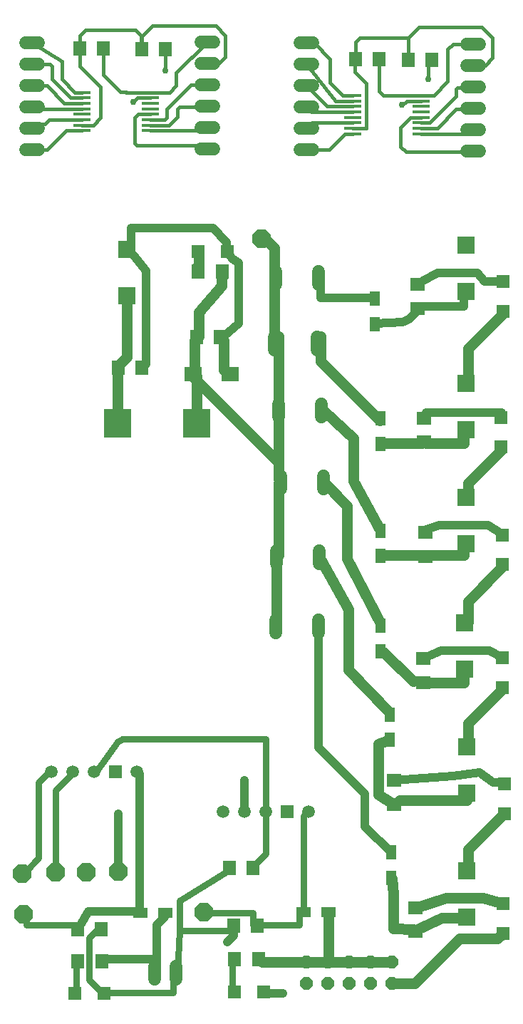
<source format=gtl>
G75*
%MOIN*%
%OFA0B0*%
%FSLAX25Y25*%
%IPPOS*%
%LPD*%
%AMOC8*
5,1,8,0,0,1.08239X$1,22.5*
%
%ADD10R,0.08268X0.08268*%
%ADD11R,0.08200X0.07000*%
%ADD12R,0.06299X0.07087*%
%ADD13R,0.05906X0.05906*%
%ADD14R,0.06299X0.07098*%
%ADD15OC8,0.08500*%
%ADD16R,0.07098X0.06299*%
%ADD17C,0.06000*%
%ADD18OC8,0.06000*%
%ADD19R,0.12795X0.13504*%
%ADD20R,0.07874X0.01811*%
%ADD21C,0.05937*%
%ADD22R,0.05937X0.05937*%
%ADD23R,0.04724X0.07087*%
%ADD24R,0.07087X0.04724*%
%ADD25C,0.04000*%
%ADD26C,0.03150*%
%ADD27C,0.05000*%
%ADD28C,0.02978*%
%ADD29C,0.01600*%
%ADD30C,0.00600*%
D10*
X0065000Y0338310D03*
X0065000Y0359964D03*
X0223500Y0361964D03*
X0223500Y0340310D03*
X0223500Y0297464D03*
X0223500Y0275810D03*
X0223500Y0243964D03*
X0223500Y0222310D03*
X0223000Y0185464D03*
X0223000Y0163810D03*
X0224000Y0127464D03*
X0224000Y0105810D03*
X0224000Y0069464D03*
X0224000Y0047810D03*
D11*
X0113100Y0301637D03*
X0095900Y0301637D03*
D12*
X0097488Y0319137D03*
X0108512Y0319137D03*
X0072012Y0304637D03*
X0060988Y0304637D03*
X0071988Y0453637D03*
X0083012Y0453637D03*
X0054012Y0454137D03*
X0042988Y0454137D03*
X0171988Y0449137D03*
X0183012Y0449137D03*
X0196488Y0448637D03*
X0207512Y0448637D03*
X0124012Y0070637D03*
X0112988Y0070637D03*
X0114988Y0043637D03*
X0126012Y0043637D03*
X0053012Y0042137D03*
X0041988Y0042137D03*
D13*
X0040610Y0012137D03*
X0054390Y0012137D03*
X0115110Y0012637D03*
X0128890Y0012637D03*
X0241000Y0040247D03*
X0241000Y0054027D03*
X0241500Y0096247D03*
X0241500Y0110027D03*
X0240500Y0155247D03*
X0240500Y0169027D03*
X0240500Y0212747D03*
X0240500Y0226527D03*
X0240000Y0267747D03*
X0240000Y0281527D03*
X0241000Y0331247D03*
X0241000Y0345027D03*
X0111890Y0359137D03*
X0098110Y0359137D03*
D14*
X0098402Y0349637D03*
X0109598Y0349637D03*
X0115402Y0028137D03*
X0126598Y0028137D03*
X0053098Y0027137D03*
X0041902Y0027137D03*
D15*
X0046000Y0068637D03*
X0031500Y0068637D03*
X0016000Y0068137D03*
X0016500Y0049137D03*
X0061000Y0069137D03*
X0101000Y0050137D03*
X0128000Y0365137D03*
D16*
X0201000Y0343735D03*
X0201000Y0332539D03*
X0204000Y0281235D03*
X0204000Y0270039D03*
X0204500Y0227735D03*
X0204500Y0216539D03*
X0203500Y0168735D03*
X0203500Y0157539D03*
X0190000Y0111735D03*
X0190000Y0100539D03*
X0200000Y0052235D03*
X0200000Y0041039D03*
D17*
X0154500Y0180637D02*
X0154500Y0186637D01*
X0155000Y0213137D02*
X0155000Y0219137D01*
X0157000Y0248137D02*
X0157000Y0254137D01*
X0156000Y0281637D02*
X0156000Y0287637D01*
X0154000Y0313137D02*
X0154000Y0319137D01*
X0154500Y0343637D02*
X0154500Y0349637D01*
X0134500Y0349637D02*
X0134500Y0343637D01*
X0134000Y0319137D02*
X0134000Y0313137D01*
X0136000Y0287637D02*
X0136000Y0281637D01*
X0137000Y0254137D02*
X0137000Y0248137D01*
X0135000Y0219137D02*
X0135000Y0213137D01*
X0134500Y0186637D02*
X0134500Y0180637D01*
X0088000Y0024637D02*
X0088000Y0018637D01*
X0078000Y0018637D02*
X0078000Y0024637D01*
X0099500Y0407137D02*
X0105500Y0407137D01*
X0105500Y0417137D02*
X0099500Y0417137D01*
X0099500Y0427137D02*
X0105500Y0427137D01*
X0105500Y0437137D02*
X0099500Y0437137D01*
X0099500Y0447137D02*
X0105500Y0447137D01*
X0105500Y0457137D02*
X0099500Y0457137D01*
X0146000Y0456637D02*
X0152000Y0456637D01*
X0152000Y0446637D02*
X0146000Y0446637D01*
X0146000Y0436637D02*
X0152000Y0436637D01*
X0152000Y0426637D02*
X0146000Y0426637D01*
X0146000Y0416637D02*
X0152000Y0416637D01*
X0152000Y0406637D02*
X0146000Y0406637D01*
X0224000Y0406137D02*
X0230000Y0406137D01*
X0230000Y0416137D02*
X0224000Y0416137D01*
X0224000Y0426137D02*
X0230000Y0426137D01*
X0230000Y0436137D02*
X0224000Y0436137D01*
X0224000Y0446137D02*
X0230000Y0446137D01*
X0230000Y0456137D02*
X0224000Y0456137D01*
X0023500Y0456637D02*
X0017500Y0456637D01*
X0017500Y0446637D02*
X0023500Y0446637D01*
X0023500Y0436637D02*
X0017500Y0436637D01*
X0017500Y0426637D02*
X0023500Y0426637D01*
X0023500Y0416637D02*
X0017500Y0416637D01*
X0017500Y0406637D02*
X0023500Y0406637D01*
D18*
X0149000Y0026637D03*
X0149000Y0016637D03*
X0159000Y0016637D03*
X0159000Y0026637D03*
X0169000Y0026637D03*
X0169000Y0016637D03*
X0179000Y0016637D03*
X0179000Y0026637D03*
X0189000Y0026637D03*
X0189000Y0016637D03*
D19*
X0097406Y0278637D03*
X0060594Y0278637D03*
D20*
X0076063Y0415680D03*
X0076063Y0418239D03*
X0076063Y0420798D03*
X0076063Y0423357D03*
X0076063Y0425917D03*
X0076063Y0428476D03*
X0076063Y0431035D03*
X0076063Y0433594D03*
X0043937Y0433594D03*
X0043937Y0431035D03*
X0043937Y0428476D03*
X0043937Y0425917D03*
X0043937Y0423357D03*
X0043937Y0420798D03*
X0043937Y0418239D03*
X0043937Y0415680D03*
X0170437Y0416739D03*
X0170437Y0414180D03*
X0170437Y0419298D03*
X0170437Y0421857D03*
X0170437Y0424417D03*
X0170437Y0426976D03*
X0170437Y0429535D03*
X0170437Y0432094D03*
X0202563Y0432094D03*
X0202563Y0429535D03*
X0202563Y0426976D03*
X0202563Y0424417D03*
X0202563Y0421857D03*
X0202563Y0419298D03*
X0202563Y0416739D03*
X0202563Y0414180D03*
D21*
X0069500Y0115637D03*
X0049500Y0115637D03*
X0039500Y0115637D03*
X0029500Y0115637D03*
X0110000Y0097137D03*
X0120000Y0097137D03*
X0130000Y0097137D03*
X0150000Y0097137D03*
D22*
X0140000Y0097137D03*
X0059500Y0115637D03*
D23*
X0181000Y0325235D03*
X0181000Y0337039D03*
X0183500Y0281039D03*
X0183500Y0269235D03*
X0183500Y0228539D03*
X0183500Y0216735D03*
X0183500Y0184039D03*
X0183500Y0172235D03*
X0188000Y0142539D03*
X0188000Y0130735D03*
X0188500Y0078039D03*
X0188500Y0066235D03*
D24*
X0159402Y0050137D03*
X0147598Y0050137D03*
X0082902Y0049637D03*
X0071098Y0049637D03*
D25*
X0070898Y0050413D02*
X0070898Y0114842D01*
X0061000Y0096137D02*
X0061000Y0069137D01*
X0070898Y0050413D02*
X0046839Y0050413D01*
X0043339Y0043976D01*
X0053181Y0028228D02*
X0078772Y0028228D01*
X0078772Y0043976D01*
X0082709Y0047913D01*
X0078772Y0028228D02*
X0078772Y0022322D01*
X0112000Y0036137D02*
X0114988Y0039125D01*
X0114988Y0043637D01*
X0128890Y0012637D02*
X0129390Y0012137D01*
X0138000Y0012137D01*
X0188500Y0078039D02*
X0176300Y0090239D01*
X0176300Y0105403D01*
X0154500Y0127203D01*
X0154500Y0183637D01*
X0120000Y0111637D02*
X0120000Y0097137D01*
X0190000Y0111735D02*
X0217476Y0113873D01*
X0229878Y0115373D01*
X0236346Y0110905D01*
X0240189Y0110905D01*
X0240500Y0169027D02*
X0234689Y0172460D01*
X0211756Y0172460D01*
X0203500Y0168735D01*
X0204756Y0229015D02*
X0211378Y0231015D01*
X0233846Y0231046D01*
X0240189Y0227046D01*
X0222472Y0274291D02*
X0223500Y0275810D01*
X0240189Y0283665D02*
X0204756Y0283665D01*
X0193882Y0325972D02*
X0196882Y0327440D01*
X0200819Y0331377D01*
X0202787Y0333346D02*
X0222472Y0333346D01*
X0222472Y0339251D01*
X0232346Y0345157D02*
X0228878Y0349125D01*
X0210287Y0349125D01*
X0202787Y0345157D01*
X0193882Y0325972D02*
X0181134Y0325472D01*
X0179165Y0337283D02*
X0155543Y0337283D01*
X0155543Y0349094D01*
X0117173Y0353873D02*
X0117173Y0325472D01*
X0110268Y0319566D01*
X0117173Y0353873D02*
X0114205Y0355842D01*
X0111890Y0359137D01*
X0111736Y0363310D01*
X0105362Y0370184D01*
X0066961Y0370184D01*
X0066961Y0360905D01*
X0066961Y0358936D02*
X0073898Y0349999D01*
X0073898Y0306287D01*
X0232346Y0345157D02*
X0240189Y0345157D01*
D26*
X0017748Y0047913D02*
X0017748Y0043976D01*
X0041370Y0043976D01*
X0041988Y0042137D01*
X0043339Y0043976D01*
X0047276Y0038070D02*
X0047276Y0018385D01*
X0053181Y0012480D01*
X0054390Y0012137D01*
X0055150Y0012480D01*
X0086646Y0012480D01*
X0086646Y0020354D01*
X0088000Y0021637D01*
X0088614Y0022322D01*
X0089614Y0041476D01*
X0114205Y0041476D01*
X0114988Y0043637D01*
X0115402Y0028137D02*
X0114205Y0026259D01*
X0114205Y0014448D01*
X0115110Y0012637D01*
X0124047Y0043976D02*
X0126012Y0043637D01*
X0126016Y0043976D01*
X0145701Y0043976D01*
X0145701Y0049881D01*
X0147598Y0050137D01*
X0147669Y0051850D01*
X0147669Y0095157D01*
X0149638Y0097125D01*
X0150000Y0097137D01*
X0130000Y0097137D02*
X0129953Y0099094D01*
X0129953Y0131090D01*
X0063024Y0131090D01*
X0060524Y0129621D01*
X0051213Y0116810D01*
X0049500Y0115637D01*
X0039500Y0115637D02*
X0039402Y0114842D01*
X0031528Y0106968D01*
X0031528Y0069566D01*
X0031500Y0068637D01*
X0023654Y0075472D02*
X0017748Y0069566D01*
X0016000Y0068137D01*
X0023654Y0075472D02*
X0023654Y0110905D01*
X0027591Y0114842D01*
X0029500Y0115637D01*
X0016500Y0049137D02*
X0017748Y0047913D01*
X0041902Y0027137D02*
X0041370Y0026259D01*
X0041370Y0012480D01*
X0040610Y0012137D01*
X0053098Y0027137D02*
X0053181Y0028228D01*
X0047276Y0038070D02*
X0051213Y0042007D01*
X0053012Y0042137D01*
X0070898Y0049881D02*
X0071098Y0049637D01*
X0070898Y0050413D01*
X0070898Y0049881D01*
X0082709Y0047913D02*
X0082902Y0049637D01*
X0089614Y0055444D02*
X0089614Y0041476D01*
X0089614Y0055444D02*
X0112236Y0069566D01*
X0112988Y0070637D01*
X0102394Y0049881D02*
X0101000Y0050137D01*
X0102394Y0049881D02*
X0124047Y0049881D01*
X0124047Y0043976D01*
X0124012Y0070637D02*
X0124047Y0071535D01*
X0129953Y0077440D01*
X0129953Y0097125D01*
X0130000Y0097137D01*
X0078772Y0022322D02*
X0078000Y0021637D01*
X0070898Y0114842D02*
X0069500Y0115637D01*
X0135000Y0216137D02*
X0135858Y0217204D01*
X0135858Y0250669D02*
X0137000Y0251137D01*
X0135858Y0252637D01*
X0135858Y0284133D02*
X0136000Y0284637D01*
X0135858Y0286102D01*
X0134000Y0316137D02*
X0135858Y0319566D01*
X0133890Y0321535D02*
X0134000Y0316137D01*
X0134500Y0346637D02*
X0133890Y0351062D01*
X0133890Y0349094D02*
X0134500Y0346637D01*
X0129953Y0364842D02*
X0128000Y0365137D01*
X0110268Y0319566D02*
X0108512Y0319137D01*
X0110268Y0317598D01*
X0110268Y0303818D02*
X0112236Y0301850D01*
X0113100Y0301637D01*
X0097406Y0300932D02*
X0096488Y0301850D01*
X0095900Y0301637D01*
X0096488Y0299881D01*
X0096488Y0317598D02*
X0097488Y0319137D01*
X0098457Y0319566D01*
X0098457Y0356968D02*
X0097957Y0358842D01*
X0098110Y0359137D01*
X0073898Y0306287D02*
X0072012Y0304637D01*
X0061055Y0305787D02*
X0060988Y0304637D01*
X0060594Y0304243D01*
X0064992Y0337283D02*
X0065000Y0338310D01*
X0066961Y0358936D02*
X0065000Y0359964D01*
X0066961Y0360905D01*
X0155543Y0319566D02*
X0154000Y0316137D01*
X0156000Y0284637D02*
X0157512Y0284133D01*
X0157000Y0251137D02*
X0157512Y0250669D01*
X0155000Y0216137D02*
X0155543Y0215235D01*
X0183500Y0216735D02*
X0185071Y0217204D01*
X0183500Y0228539D02*
X0183102Y0229015D01*
X0204500Y0227735D02*
X0204756Y0229015D01*
X0204756Y0217204D02*
X0204500Y0216539D01*
X0202787Y0217204D01*
X0222472Y0221141D02*
X0223500Y0222310D01*
X0223500Y0243964D02*
X0224441Y0244763D01*
X0240189Y0227046D02*
X0240500Y0226527D01*
X0240500Y0212747D02*
X0240189Y0211298D01*
X0224441Y0185708D02*
X0223000Y0185464D01*
X0240500Y0155247D02*
X0240189Y0154212D01*
X0224441Y0128621D02*
X0224000Y0127464D01*
X0240189Y0110905D02*
X0241500Y0110027D01*
X0241500Y0096247D02*
X0240189Y0095157D01*
X0224441Y0069566D02*
X0224000Y0069464D01*
X0200819Y0042007D02*
X0200000Y0041039D01*
X0198850Y0042007D01*
X0189008Y0065629D02*
X0188500Y0066235D01*
X0190000Y0100539D02*
X0189008Y0101062D01*
X0190000Y0100539D02*
X0190976Y0101062D01*
X0192476Y0102499D01*
X0188000Y0130735D02*
X0187039Y0130590D01*
X0188000Y0142539D02*
X0187039Y0144369D01*
X0198850Y0158149D02*
X0202787Y0158149D01*
X0203500Y0157539D01*
X0204756Y0158149D01*
X0204756Y0157586D01*
X0185071Y0171928D02*
X0183500Y0172235D01*
X0183500Y0184039D02*
X0183102Y0185708D01*
X0183500Y0269235D02*
X0185071Y0269385D01*
X0183102Y0280196D02*
X0183500Y0281039D01*
X0204000Y0281235D02*
X0204756Y0283665D01*
X0204000Y0270039D02*
X0204756Y0269354D01*
X0204000Y0270039D02*
X0202787Y0269385D01*
X0223500Y0297464D02*
X0224441Y0297913D01*
X0240189Y0283665D02*
X0240000Y0281527D01*
X0240000Y0267747D02*
X0240189Y0266417D01*
X0240189Y0329409D02*
X0241000Y0331247D01*
X0241000Y0345027D02*
X0240189Y0345157D01*
X0223500Y0340310D02*
X0222472Y0339251D01*
X0202787Y0333346D02*
X0201000Y0332539D01*
X0200819Y0331377D01*
X0201000Y0343735D02*
X0202787Y0345157D01*
X0181000Y0337039D02*
X0179165Y0337283D01*
X0181134Y0325472D02*
X0181000Y0325235D01*
X0154500Y0346637D02*
X0155543Y0349094D01*
X0171500Y0448649D02*
X0171988Y0449137D01*
X0183000Y0449125D02*
X0183012Y0449137D01*
X0196488Y0448637D02*
X0196500Y0448649D01*
X0206000Y0447125D02*
X0207512Y0448637D01*
X0226500Y0435637D02*
X0227000Y0436137D01*
X0227000Y0426137D02*
X0226500Y0425637D01*
X0227000Y0406137D02*
X0226500Y0405637D01*
D27*
X0240189Y0329409D02*
X0224441Y0313661D01*
X0224441Y0297913D01*
X0222472Y0274291D02*
X0222472Y0269354D01*
X0204756Y0269354D01*
X0202787Y0269385D02*
X0185071Y0269385D01*
X0183102Y0280196D02*
X0155543Y0307755D01*
X0155543Y0319566D01*
X0157512Y0284133D02*
X0170949Y0271696D01*
X0170949Y0251669D01*
X0183102Y0229015D01*
X0185071Y0217204D02*
X0202787Y0217204D01*
X0204756Y0217204D02*
X0222472Y0217204D01*
X0222472Y0221141D01*
X0240189Y0211298D02*
X0224441Y0195550D01*
X0224441Y0185708D01*
X0223000Y0163810D02*
X0222472Y0157586D01*
X0204756Y0157586D01*
X0198850Y0158149D02*
X0185071Y0171928D01*
X0183102Y0185708D02*
X0167949Y0215361D01*
X0167949Y0240231D01*
X0157512Y0250669D01*
X0155543Y0215235D02*
X0168480Y0191798D01*
X0168480Y0163428D01*
X0187039Y0144369D01*
X0187039Y0130590D02*
X0182571Y0128621D01*
X0182571Y0104999D01*
X0189008Y0101062D01*
X0192476Y0102499D02*
X0223972Y0102499D01*
X0224000Y0105810D01*
X0240189Y0095157D02*
X0224441Y0079409D01*
X0224441Y0069566D01*
X0231689Y0056818D02*
X0241000Y0054027D01*
X0241000Y0040247D02*
X0238390Y0037637D01*
X0220500Y0037637D01*
X0199500Y0016637D01*
X0189000Y0016637D01*
X0189000Y0026637D02*
X0179000Y0026637D01*
X0169500Y0026637D01*
X0159000Y0026637D01*
X0149000Y0026637D01*
X0128098Y0026637D01*
X0126598Y0028137D01*
X0159000Y0026637D02*
X0169000Y0026637D01*
X0159402Y0027039D02*
X0159000Y0026637D01*
X0159402Y0027039D02*
X0159402Y0050137D01*
X0189413Y0042444D02*
X0198850Y0042007D01*
X0200819Y0042007D02*
X0212319Y0047444D01*
X0224472Y0047444D01*
X0224000Y0047810D01*
X0231689Y0056818D02*
X0214319Y0056818D01*
X0200000Y0052235D01*
X0189413Y0058724D02*
X0189413Y0042444D01*
X0189413Y0058724D02*
X0189008Y0065629D01*
X0224441Y0128621D02*
X0224441Y0138464D01*
X0240189Y0154212D01*
X0224441Y0244763D02*
X0224441Y0250669D01*
X0240189Y0266417D01*
X0135858Y0260511D02*
X0135858Y0252637D01*
X0135858Y0250669D02*
X0135858Y0217204D01*
X0135000Y0216137D02*
X0135000Y0184137D01*
X0134500Y0183637D01*
X0135858Y0260511D02*
X0096488Y0299881D01*
X0097406Y0300932D02*
X0097406Y0278637D01*
X0096488Y0301850D02*
X0096488Y0317598D01*
X0098457Y0319566D02*
X0098457Y0330688D01*
X0109268Y0342999D01*
X0109598Y0349637D01*
X0098402Y0349637D02*
X0098457Y0356968D01*
X0110268Y0317598D02*
X0110268Y0303818D01*
X0133890Y0321535D02*
X0133890Y0349094D01*
X0133890Y0351062D02*
X0133890Y0360905D01*
X0129953Y0364842D01*
X0135858Y0319566D02*
X0135858Y0286102D01*
X0135858Y0284133D02*
X0135858Y0260511D01*
X0064992Y0309724D02*
X0064992Y0337283D01*
X0064992Y0309724D02*
X0061055Y0305787D01*
X0060594Y0304243D02*
X0060594Y0278637D01*
D28*
X0068000Y0429137D03*
X0083000Y0443637D03*
X0193500Y0427637D03*
X0206000Y0439637D03*
X0120000Y0111637D03*
X0112000Y0036137D03*
X0138000Y0012137D03*
X0061000Y0096137D03*
D29*
X0027500Y0406637D02*
X0020500Y0406637D01*
X0027500Y0406637D02*
X0036543Y0415680D01*
X0043937Y0415680D01*
X0043937Y0418239D02*
X0049102Y0418239D01*
X0052500Y0421637D01*
X0052500Y0436137D01*
X0043000Y0445637D01*
X0043000Y0454125D01*
X0042988Y0454137D01*
X0042988Y0460125D01*
X0045500Y0462637D01*
X0069000Y0462637D01*
X0071500Y0460137D01*
X0071500Y0454125D01*
X0071988Y0453637D01*
X0071988Y0459625D01*
X0077000Y0464637D01*
X0106500Y0464637D01*
X0111000Y0460137D01*
X0111000Y0450137D01*
X0108000Y0447137D01*
X0102500Y0447137D01*
X0102500Y0437137D02*
X0095000Y0437137D01*
X0083500Y0425637D01*
X0083500Y0421637D01*
X0082661Y0420798D01*
X0076063Y0420798D01*
X0076063Y0418239D02*
X0084602Y0418239D01*
X0088500Y0422137D01*
X0088500Y0425637D01*
X0089500Y0426637D01*
X0102000Y0426637D01*
X0102500Y0427137D01*
X0102500Y0417137D02*
X0101043Y0415680D01*
X0076063Y0415680D01*
X0076063Y0423357D02*
X0070220Y0423357D01*
X0068500Y0421637D01*
X0068500Y0409637D01*
X0069500Y0408637D01*
X0101000Y0408637D01*
X0102500Y0407137D01*
X0084957Y0433594D02*
X0088000Y0436637D01*
X0088000Y0442637D01*
X0102500Y0457137D01*
X0084957Y0433594D02*
X0076063Y0433594D01*
X0064543Y0433594D01*
X0064500Y0433637D01*
X0062000Y0433637D01*
X0054000Y0441637D01*
X0054000Y0454125D01*
X0054012Y0454137D01*
X0043937Y0433594D02*
X0040543Y0433594D01*
X0034500Y0439637D01*
X0034500Y0448137D01*
X0020500Y0456637D01*
X0020500Y0446637D02*
X0029000Y0446637D01*
X0030000Y0445637D01*
X0030000Y0439637D01*
X0038602Y0431035D01*
X0043937Y0431035D01*
X0043937Y0428476D02*
X0035661Y0428476D01*
X0027500Y0436637D01*
X0020500Y0436637D01*
X0020500Y0426637D02*
X0021220Y0425917D01*
X0043937Y0425917D01*
X0043937Y0420798D02*
X0028661Y0420798D01*
X0026500Y0418637D01*
X0022500Y0418637D01*
X0020500Y0416637D01*
X0068000Y0429137D02*
X0069898Y0431035D01*
X0076063Y0431035D01*
X0083000Y0443637D02*
X0083000Y0453625D01*
X0083012Y0453637D01*
X0149000Y0456637D02*
X0152500Y0456637D01*
X0160000Y0449137D01*
X0160000Y0438137D01*
X0165897Y0432240D01*
X0170291Y0432240D01*
X0170437Y0432094D02*
X0165937Y0432200D01*
X0162602Y0429535D02*
X0149000Y0446637D01*
X0149000Y0436637D02*
X0158661Y0426976D01*
X0170437Y0426976D01*
X0170437Y0429535D02*
X0162602Y0429535D01*
X0170437Y0424417D02*
X0151220Y0424417D01*
X0149000Y0426637D01*
X0151661Y0419298D02*
X0149000Y0416637D01*
X0151661Y0419298D02*
X0170437Y0419298D01*
X0170437Y0416739D02*
X0176898Y0416739D01*
X0177000Y0416637D01*
X0177000Y0437637D01*
X0171500Y0443137D01*
X0171500Y0448649D01*
X0171988Y0449137D02*
X0171988Y0457125D01*
X0174000Y0459137D01*
X0196500Y0459137D01*
X0196500Y0448649D01*
X0196500Y0459137D02*
X0201500Y0464137D01*
X0231000Y0464137D01*
X0236000Y0459137D01*
X0236000Y0449637D01*
X0232500Y0446137D01*
X0227000Y0446137D01*
X0227000Y0456137D02*
X0217500Y0456137D01*
X0215000Y0453637D01*
X0215000Y0438637D01*
X0208457Y0432094D01*
X0202563Y0432094D01*
X0185043Y0432094D01*
X0183000Y0434137D01*
X0183000Y0449125D01*
X0195898Y0429535D02*
X0194000Y0427637D01*
X0193500Y0427637D01*
X0195898Y0429535D02*
X0202563Y0429535D01*
X0202563Y0421857D02*
X0197720Y0421857D01*
X0193000Y0417137D01*
X0193000Y0408137D01*
X0195500Y0405637D01*
X0226500Y0405637D01*
X0225043Y0414180D02*
X0227000Y0416137D01*
X0225043Y0414180D02*
X0202563Y0414180D01*
X0202563Y0416739D02*
X0210102Y0416739D01*
X0219000Y0425637D01*
X0226500Y0425637D01*
X0226500Y0435637D02*
X0219500Y0435637D01*
X0219000Y0435137D01*
X0219000Y0431637D01*
X0206661Y0419298D01*
X0202563Y0419298D01*
X0206000Y0439637D02*
X0206000Y0447125D01*
X0170437Y0414180D02*
X0167043Y0414180D01*
X0159500Y0406637D01*
X0149000Y0406637D01*
D30*
X0170437Y0432094D02*
X0170799Y0432263D01*
X0170291Y0432240D01*
M02*

</source>
